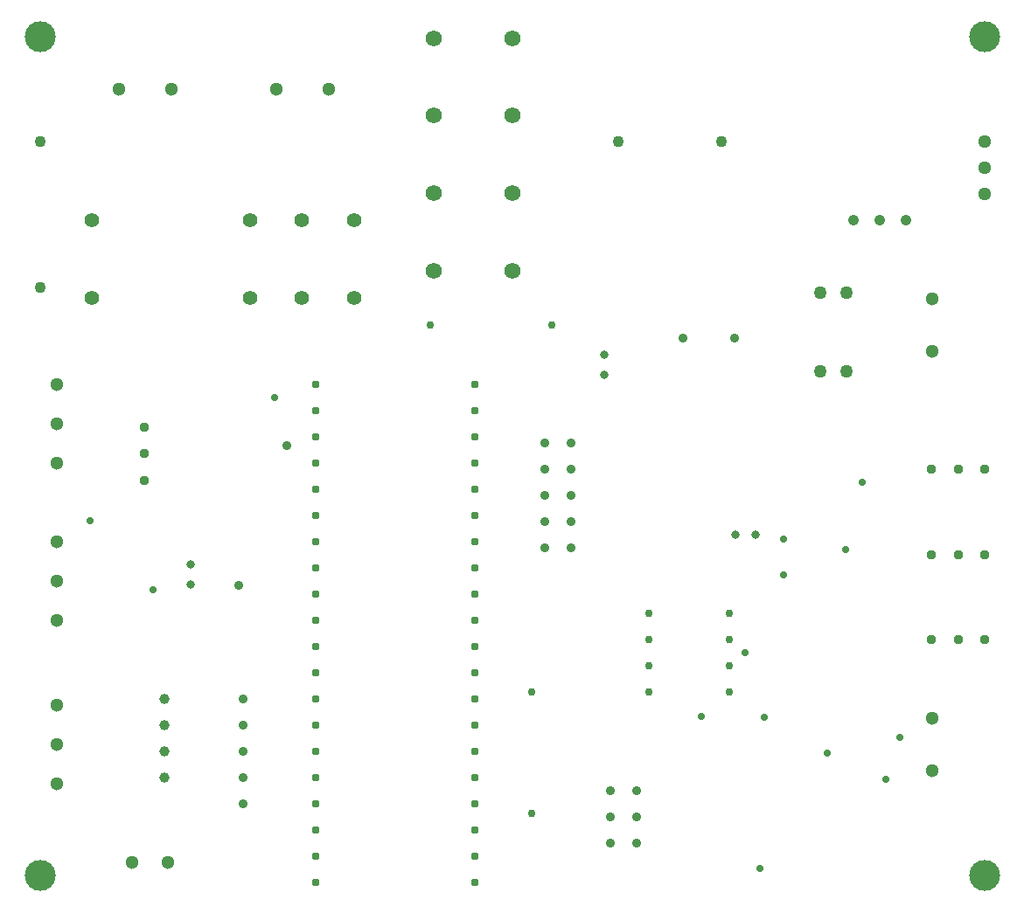
<source format=gbr>
%TF.GenerationSoftware,Altium Limited,Altium Designer,22.4.2 (48)*%
G04 Layer_Color=0*
%FSLAX26Y26*%
%MOIN*%
%TF.SameCoordinates,DD4E5991-19CE-4C14-B0C1-6D61C62B9851*%
%TF.FilePolarity,Positive*%
%TF.FileFunction,Plated,1,2,PTH,Drill*%
%TF.Part,Single*%
G01*
G75*
%TA.AperFunction,ComponentDrill*%
%ADD103C,0.035433*%
%TA.AperFunction,OtherDrill,Pad Free-16 (200mil,3800mil)*%
%ADD104C,0.118110*%
%TA.AperFunction,OtherDrill,Pad Free-17 (3800mil,3800mil)*%
%ADD105C,0.118110*%
%TA.AperFunction,OtherDrill,Pad Free-19 (3800mil,600mil)*%
%ADD106C,0.118110*%
%TA.AperFunction,OtherDrill,Pad Free-18 (200mil,600mil)*%
%ADD107C,0.118110*%
%TA.AperFunction,ComponentDrill*%
%ADD108C,0.035000*%
%ADD109C,0.031496*%
%ADD110C,0.055118*%
%ADD111C,0.041339*%
%ADD112C,0.051181*%
%ADD113C,0.029528*%
%ADD114C,0.043307*%
%ADD115C,0.035433*%
%ADD116C,0.043307*%
%ADD117C,0.061417*%
%ADD118C,0.051181*%
%ADD119C,0.029882*%
%ADD120C,0.031496*%
%ADD121C,0.037795*%
%ADD122C,0.050394*%
%ADD123C,0.050000*%
%ADD124C,0.030866*%
%ADD125C,0.029528*%
%ADD126C,0.039370*%
%ADD127C,0.037795*%
%TA.AperFunction,ViaDrill,NotFilled*%
%ADD128C,0.028000*%
D103*
X959448Y1709252D02*
D03*
X1140552Y2240748D02*
D03*
D104*
X200000Y3800000D02*
D03*
D105*
X3800000D02*
D03*
D106*
Y600000D02*
D03*
D107*
X200000D02*
D03*
D108*
X2125000Y1850000D02*
D03*
Y1950000D02*
D03*
Y2050000D02*
D03*
Y2150000D02*
D03*
Y2250000D02*
D03*
X2225000D02*
D03*
Y2150000D02*
D03*
Y2050000D02*
D03*
Y1950000D02*
D03*
Y1850000D02*
D03*
X975000Y875000D02*
D03*
Y975000D02*
D03*
Y1075000D02*
D03*
Y1175000D02*
D03*
Y1275000D02*
D03*
X2475000Y725000D02*
D03*
Y825000D02*
D03*
Y925000D02*
D03*
X2375000D02*
D03*
Y825000D02*
D03*
Y725000D02*
D03*
D109*
X775000Y1789370D02*
D03*
Y1710630D02*
D03*
X2350000Y2589370D02*
D03*
Y2510630D02*
D03*
D110*
X399212Y3100000D02*
D03*
X1000000D02*
D03*
X1198426D02*
D03*
X1396850D02*
D03*
Y2804724D02*
D03*
X1198426D02*
D03*
X1000000D02*
D03*
X399212D02*
D03*
D111*
X3500000Y3100000D02*
D03*
X3400000D02*
D03*
X3300000D02*
D03*
D112*
X700000Y3600000D02*
D03*
X500000D02*
D03*
X1300000D02*
D03*
X1100000D02*
D03*
X687796Y650000D02*
D03*
X550000D02*
D03*
D113*
X1689370Y2700000D02*
D03*
X2150000D02*
D03*
D114*
X200000Y3400000D02*
D03*
Y2844882D02*
D03*
D115*
X2651574Y2650000D02*
D03*
X2848426D02*
D03*
D116*
X2796850Y3400000D02*
D03*
X2403150D02*
D03*
D117*
X1700000Y3795276D02*
D03*
Y3500000D02*
D03*
Y3204724D02*
D03*
Y2909448D02*
D03*
X2000000Y3795276D02*
D03*
Y3500000D02*
D03*
Y3204724D02*
D03*
Y2909448D02*
D03*
D118*
X3600000Y1200000D02*
D03*
Y1000000D02*
D03*
Y2800000D02*
D03*
Y2600000D02*
D03*
X263188Y1575000D02*
D03*
Y1875000D02*
D03*
Y1725000D02*
D03*
Y2175000D02*
D03*
Y2475000D02*
D03*
Y2325000D02*
D03*
Y950000D02*
D03*
Y1250000D02*
D03*
Y1100000D02*
D03*
D119*
X2521260Y1600000D02*
D03*
Y1500000D02*
D03*
Y1400000D02*
D03*
Y1300000D02*
D03*
X2828740D02*
D03*
Y1400000D02*
D03*
Y1500000D02*
D03*
Y1600000D02*
D03*
D120*
X2850000Y1900000D02*
D03*
X2928740D02*
D03*
D121*
X3597638Y1500000D02*
D03*
X3700000D02*
D03*
X3802362D02*
D03*
Y1825000D02*
D03*
X3700000D02*
D03*
X3597638D02*
D03*
Y2150000D02*
D03*
X3700000D02*
D03*
X3802362D02*
D03*
D122*
X3800000Y3400000D02*
D03*
Y3300000D02*
D03*
Y3200000D02*
D03*
D123*
X3175000Y2825000D02*
D03*
X3275000D02*
D03*
Y2525000D02*
D03*
X3175000D02*
D03*
D124*
X1857480Y2475000D02*
D03*
Y2375000D02*
D03*
Y2275000D02*
D03*
Y2175000D02*
D03*
Y2075000D02*
D03*
Y1975000D02*
D03*
Y1875000D02*
D03*
Y1775000D02*
D03*
Y1675000D02*
D03*
Y1575000D02*
D03*
Y1475000D02*
D03*
Y1375000D02*
D03*
Y1275000D02*
D03*
Y1175000D02*
D03*
Y1075000D02*
D03*
Y975000D02*
D03*
Y875000D02*
D03*
Y775000D02*
D03*
Y675000D02*
D03*
Y575000D02*
D03*
X1250000D02*
D03*
Y675000D02*
D03*
Y775000D02*
D03*
Y875000D02*
D03*
Y975000D02*
D03*
Y1075000D02*
D03*
Y1175000D02*
D03*
Y1275000D02*
D03*
Y1375000D02*
D03*
Y1475000D02*
D03*
Y1575000D02*
D03*
Y1675000D02*
D03*
Y1775000D02*
D03*
Y1875000D02*
D03*
Y1975000D02*
D03*
Y2075000D02*
D03*
Y2175000D02*
D03*
Y2275000D02*
D03*
Y2375000D02*
D03*
Y2475000D02*
D03*
D125*
X2075000Y839370D02*
D03*
Y1300000D02*
D03*
D126*
X675000Y1275000D02*
D03*
Y1175000D02*
D03*
Y1075000D02*
D03*
Y975000D02*
D03*
D127*
X598032Y2108070D02*
D03*
Y2210434D02*
D03*
Y2312796D02*
D03*
D128*
X2961000Y1206000D02*
D03*
X3271000Y1844000D02*
D03*
X2944000Y627000D02*
D03*
X3478000Y1129000D02*
D03*
X390000Y1956000D02*
D03*
X3036000Y1749000D02*
D03*
Y1884000D02*
D03*
X3424000Y967000D02*
D03*
X2887000Y1450000D02*
D03*
X1093000Y2425000D02*
D03*
X3200630Y1067000D02*
D03*
X631000Y1691000D02*
D03*
X2721000Y1207000D02*
D03*
X3335000Y2100000D02*
D03*
%TF.MD5,59bce58f2c350000df248e2df39c0f84*%
M02*

</source>
